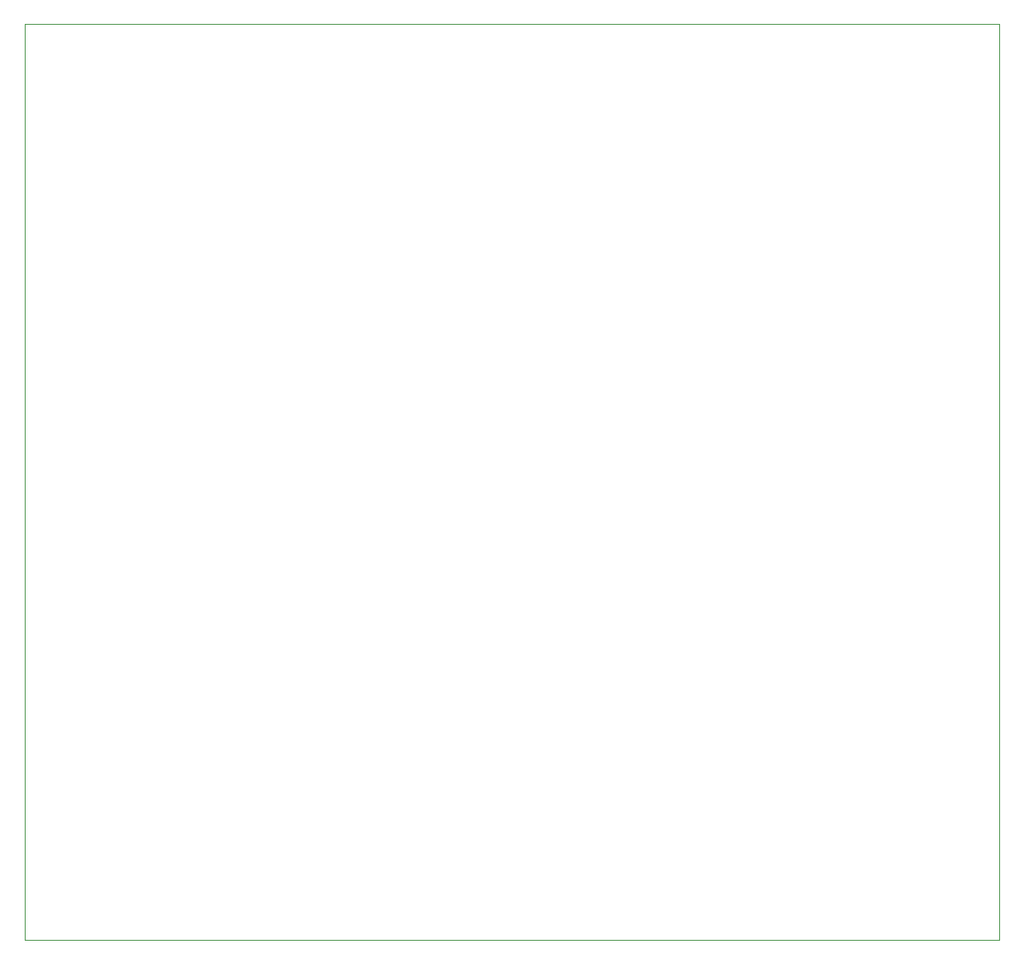
<source format=gbr>
%TF.GenerationSoftware,KiCad,Pcbnew,7.0.8*%
%TF.CreationDate,2023-12-31T18:01:57+01:00*%
%TF.ProjectId,Sorbus-Junior,536f7262-7573-42d4-9a75-6e696f722e6b,rev?*%
%TF.SameCoordinates,Original*%
%TF.FileFunction,Profile,NP*%
%FSLAX46Y46*%
G04 Gerber Fmt 4.6, Leading zero omitted, Abs format (unit mm)*
G04 Created by KiCad (PCBNEW 7.0.8) date 2023-12-31 18:01:57*
%MOMM*%
%LPD*%
G01*
G04 APERTURE LIST*
%TA.AperFunction,Profile*%
%ADD10C,0.100000*%
%TD*%
G04 APERTURE END LIST*
D10*
X125349000Y-25527000D02*
X25425400Y-25527000D01*
X25425400Y-25527000D02*
X25425400Y-119507000D01*
X125349000Y-119507000D02*
X125349000Y-25527000D01*
X25425400Y-119507000D02*
X125349000Y-119507000D01*
M02*

</source>
